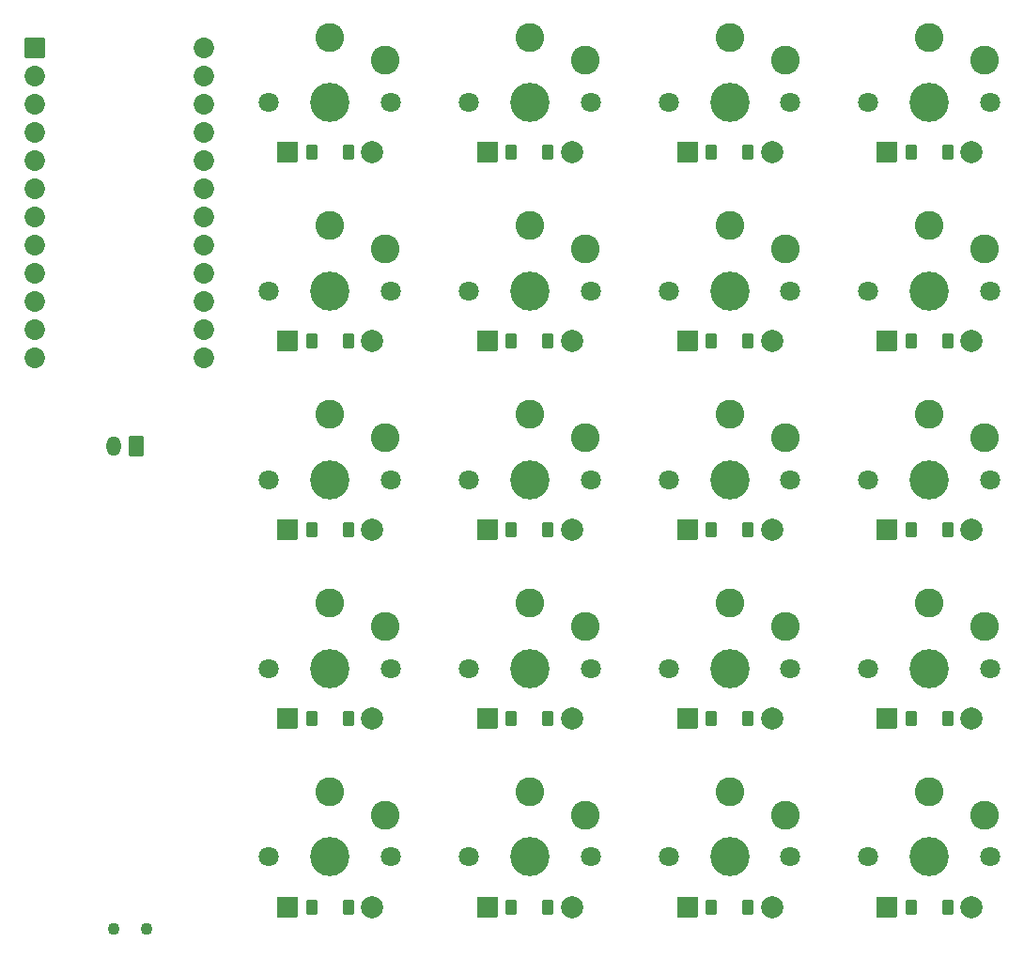
<source format=gbr>
%TF.GenerationSoftware,KiCad,Pcbnew,(6.0.4)*%
%TF.CreationDate,2022-07-18T01:28:08-04:00*%
%TF.ProjectId,lisa,6c697361-2e6b-4696-9361-645f70636258,v1.0.0*%
%TF.SameCoordinates,Original*%
%TF.FileFunction,Soldermask,Bot*%
%TF.FilePolarity,Negative*%
%FSLAX46Y46*%
G04 Gerber Fmt 4.6, Leading zero omitted, Abs format (unit mm)*
G04 Created by KiCad (PCBNEW (6.0.4)) date 2022-07-18 01:28:08*
%MOMM*%
%LPD*%
G01*
G04 APERTURE LIST*
G04 Aperture macros list*
%AMRoundRect*
0 Rectangle with rounded corners*
0 $1 Rounding radius*
0 $2 $3 $4 $5 $6 $7 $8 $9 X,Y pos of 4 corners*
0 Add a 4 corners polygon primitive as box body*
4,1,4,$2,$3,$4,$5,$6,$7,$8,$9,$2,$3,0*
0 Add four circle primitives for the rounded corners*
1,1,$1+$1,$2,$3*
1,1,$1+$1,$4,$5*
1,1,$1+$1,$6,$7*
1,1,$1+$1,$8,$9*
0 Add four rect primitives between the rounded corners*
20,1,$1+$1,$2,$3,$4,$5,0*
20,1,$1+$1,$4,$5,$6,$7,0*
20,1,$1+$1,$6,$7,$8,$9,0*
20,1,$1+$1,$8,$9,$2,$3,0*%
G04 Aperture macros list end*
%ADD10C,3.529000*%
%ADD11C,1.801800*%
%ADD12C,2.600000*%
%ADD13RoundRect,0.050000X-0.450000X-0.600000X0.450000X-0.600000X0.450000X0.600000X-0.450000X0.600000X0*%
%ADD14C,2.005000*%
%ADD15RoundRect,0.050000X-0.889000X-0.889000X0.889000X-0.889000X0.889000X0.889000X-0.889000X0.889000X0*%
%ADD16RoundRect,0.050000X-0.876300X0.876300X-0.876300X-0.876300X0.876300X-0.876300X0.876300X0.876300X0*%
%ADD17C,1.852600*%
%ADD18C,1.100000*%
%ADD19RoundRect,0.050000X0.600000X0.850000X-0.600000X0.850000X-0.600000X-0.850000X0.600000X-0.850000X0*%
%ADD20O,1.300000X1.800000*%
G04 APERTURE END LIST*
D10*
%TO.C,S1*%
X0Y0D03*
D11*
X5500000Y0D03*
X-5500000Y0D03*
D12*
X5000000Y3800000D03*
X0Y5900000D03*
%TD*%
D13*
%TO.C,D1*%
X-1650000Y-4500000D03*
X1650000Y-4500000D03*
D14*
X3810000Y-4500000D03*
D15*
X-3810000Y-4500000D03*
%TD*%
D10*
%TO.C,S2*%
X0Y17000000D03*
D11*
X5500000Y17000000D03*
X-5500000Y17000000D03*
D12*
X5000000Y20800000D03*
X0Y22900000D03*
%TD*%
D13*
%TO.C,D2*%
X-1650000Y12500000D03*
X1650000Y12500000D03*
D14*
X3810000Y12500000D03*
D15*
X-3810000Y12500000D03*
%TD*%
D10*
%TO.C,S3*%
X0Y34000000D03*
D11*
X5500000Y34000000D03*
X-5500000Y34000000D03*
D12*
X5000000Y37800000D03*
X0Y39900000D03*
%TD*%
D13*
%TO.C,D3*%
X-1650000Y29500000D03*
X1650000Y29500000D03*
D14*
X3810000Y29500000D03*
D15*
X-3810000Y29500000D03*
%TD*%
D10*
%TO.C,S4*%
X0Y51000000D03*
D11*
X5500000Y51000000D03*
X-5500000Y51000000D03*
D12*
X5000000Y54800000D03*
X0Y56900000D03*
%TD*%
D13*
%TO.C,D4*%
X-1650000Y46500000D03*
X1650000Y46500000D03*
D14*
X3810000Y46500000D03*
D15*
X-3810000Y46500000D03*
%TD*%
D10*
%TO.C,S5*%
X0Y68000000D03*
D11*
X5500000Y68000000D03*
X-5500000Y68000000D03*
D12*
X5000000Y71800000D03*
X0Y73900000D03*
%TD*%
D13*
%TO.C,D5*%
X-1650000Y63500000D03*
X1650000Y63500000D03*
D14*
X3810000Y63500000D03*
D15*
X-3810000Y63500000D03*
%TD*%
D10*
%TO.C,S6*%
X18000000Y0D03*
D11*
X23500000Y0D03*
X12500000Y0D03*
D12*
X23000000Y3800000D03*
X18000000Y5900000D03*
%TD*%
D13*
%TO.C,D6*%
X16350000Y-4500000D03*
X19650000Y-4500000D03*
D14*
X21810000Y-4500000D03*
D15*
X14190000Y-4500000D03*
%TD*%
D10*
%TO.C,S7*%
X18000000Y17000000D03*
D11*
X23500000Y17000000D03*
X12500000Y17000000D03*
D12*
X23000000Y20800000D03*
X18000000Y22900000D03*
%TD*%
D13*
%TO.C,D7*%
X16350000Y12500000D03*
X19650000Y12500000D03*
D14*
X21810000Y12500000D03*
D15*
X14190000Y12500000D03*
%TD*%
D10*
%TO.C,S8*%
X18000000Y34000000D03*
D11*
X23500000Y34000000D03*
X12500000Y34000000D03*
D12*
X23000000Y37800000D03*
X18000000Y39900000D03*
%TD*%
D13*
%TO.C,D8*%
X16350000Y29500000D03*
X19650000Y29500000D03*
D14*
X21810000Y29500000D03*
D15*
X14190000Y29500000D03*
%TD*%
D10*
%TO.C,S9*%
X18000000Y51000000D03*
D11*
X23500000Y51000000D03*
X12500000Y51000000D03*
D12*
X23000000Y54800000D03*
X18000000Y56900000D03*
%TD*%
D13*
%TO.C,D9*%
X16350000Y46500000D03*
X19650000Y46500000D03*
D14*
X21810000Y46500000D03*
D15*
X14190000Y46500000D03*
%TD*%
D10*
%TO.C,S10*%
X18000000Y68000000D03*
D11*
X23500000Y68000000D03*
X12500000Y68000000D03*
D12*
X23000000Y71800000D03*
X18000000Y73900000D03*
%TD*%
D13*
%TO.C,D10*%
X16350000Y63500000D03*
X19650000Y63500000D03*
D14*
X21810000Y63500000D03*
D15*
X14190000Y63500000D03*
%TD*%
D10*
%TO.C,S11*%
X36000000Y0D03*
D11*
X41500000Y0D03*
X30500000Y0D03*
D12*
X41000000Y3800000D03*
X36000000Y5900000D03*
%TD*%
D13*
%TO.C,D11*%
X34350000Y-4500000D03*
X37650000Y-4500000D03*
D14*
X39810000Y-4500000D03*
D15*
X32190000Y-4500000D03*
%TD*%
D10*
%TO.C,S12*%
X36000000Y17000000D03*
D11*
X41500000Y17000000D03*
X30500000Y17000000D03*
D12*
X41000000Y20800000D03*
X36000000Y22900000D03*
%TD*%
D13*
%TO.C,D12*%
X34350000Y12500000D03*
X37650000Y12500000D03*
D14*
X39810000Y12500000D03*
D15*
X32190000Y12500000D03*
%TD*%
D10*
%TO.C,S13*%
X36000000Y34000000D03*
D11*
X41500000Y34000000D03*
X30500000Y34000000D03*
D12*
X41000000Y37800000D03*
X36000000Y39900000D03*
%TD*%
D13*
%TO.C,D13*%
X34350000Y29500000D03*
X37650000Y29500000D03*
D14*
X39810000Y29500000D03*
D15*
X32190000Y29500000D03*
%TD*%
D10*
%TO.C,S14*%
X36000000Y51000000D03*
D11*
X41500000Y51000000D03*
X30500000Y51000000D03*
D12*
X41000000Y54800000D03*
X36000000Y56900000D03*
%TD*%
D13*
%TO.C,D14*%
X34350000Y46500000D03*
X37650000Y46500000D03*
D14*
X39810000Y46500000D03*
D15*
X32190000Y46500000D03*
%TD*%
D10*
%TO.C,S15*%
X36000000Y68000000D03*
D11*
X41500000Y68000000D03*
X30500000Y68000000D03*
D12*
X41000000Y71800000D03*
X36000000Y73900000D03*
%TD*%
D13*
%TO.C,D15*%
X34350000Y63500000D03*
X37650000Y63500000D03*
D14*
X39810000Y63500000D03*
D15*
X32190000Y63500000D03*
%TD*%
D10*
%TO.C,S16*%
X54000000Y0D03*
D11*
X59500000Y0D03*
X48500000Y0D03*
D12*
X59000000Y3800000D03*
X54000000Y5900000D03*
%TD*%
D13*
%TO.C,D16*%
X52350000Y-4500000D03*
X55650000Y-4500000D03*
D14*
X57810000Y-4500000D03*
D15*
X50190000Y-4500000D03*
%TD*%
D10*
%TO.C,S17*%
X54000000Y17000000D03*
D11*
X59500000Y17000000D03*
X48500000Y17000000D03*
D12*
X59000000Y20800000D03*
X54000000Y22900000D03*
%TD*%
D13*
%TO.C,D17*%
X52350000Y12500000D03*
X55650000Y12500000D03*
D14*
X57810000Y12500000D03*
D15*
X50190000Y12500000D03*
%TD*%
D10*
%TO.C,S18*%
X54000000Y34000000D03*
D11*
X59500000Y34000000D03*
X48500000Y34000000D03*
D12*
X59000000Y37800000D03*
X54000000Y39900000D03*
%TD*%
D13*
%TO.C,D18*%
X52350000Y29500000D03*
X55650000Y29500000D03*
D14*
X57810000Y29500000D03*
D15*
X50190000Y29500000D03*
%TD*%
D10*
%TO.C,S19*%
X54000000Y51000000D03*
D11*
X59500000Y51000000D03*
X48500000Y51000000D03*
D12*
X59000000Y54800000D03*
X54000000Y56900000D03*
%TD*%
D13*
%TO.C,D19*%
X52350000Y46500000D03*
X55650000Y46500000D03*
D14*
X57810000Y46500000D03*
D15*
X50190000Y46500000D03*
%TD*%
D10*
%TO.C,S20*%
X54000000Y68000000D03*
D11*
X59500000Y68000000D03*
X48500000Y68000000D03*
D12*
X59000000Y71800000D03*
X54000000Y73900000D03*
%TD*%
D13*
%TO.C,D20*%
X52350000Y63500000D03*
X55650000Y63500000D03*
D14*
X57810000Y63500000D03*
D15*
X50190000Y63500000D03*
%TD*%
D16*
%TO.C,MCU1*%
X-26620000Y72970000D03*
D17*
X-26620000Y70430000D03*
X-26620000Y67890000D03*
X-26620000Y65350000D03*
X-26620000Y62810000D03*
X-26620000Y60270000D03*
X-26620000Y57730000D03*
X-26620000Y55190000D03*
X-26620000Y52650000D03*
X-26620000Y50110000D03*
X-26620000Y47570000D03*
X-26620000Y45030000D03*
X-11380000Y72970000D03*
X-11380000Y70430000D03*
X-11380000Y67890000D03*
X-11380000Y65350000D03*
X-11380000Y62810000D03*
X-11380000Y60270000D03*
X-11380000Y57730000D03*
X-11380000Y55190000D03*
X-11380000Y52650000D03*
X-11380000Y50110000D03*
X-11380000Y47570000D03*
X-11380000Y45030000D03*
%TD*%
D18*
%TO.C,T1*%
X-19500000Y-6500000D03*
X-16500000Y-6500000D03*
%TD*%
D19*
%TO.C,JST1*%
X-17500000Y37000000D03*
D20*
X-19500000Y37000000D03*
%TD*%
M02*

</source>
